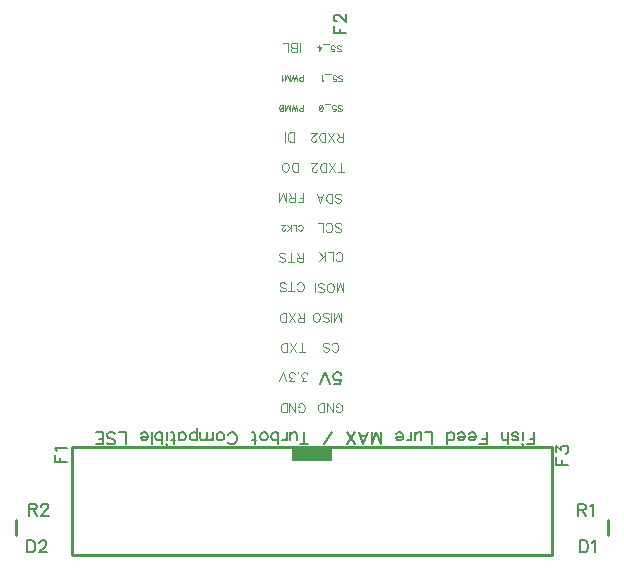
<source format=gbr>
G04 DipTrace 3.0.0.0*
G04 TopSilk.gbr*
%MOIN*%
G04 #@! TF.FileFunction,Legend,Top*
G04 #@! TF.Part,Single*
%ADD10C,0.01*%
%ADD42C,0.006176*%
%ADD43C,0.004632*%
%ADD44C,0.003088*%
%FSLAX26Y26*%
G04*
G70*
G90*
G75*
G01*
G04 TopSilk*
%LPD*%
X2403142Y519259D2*
D10*
Y468117D1*
X431504D2*
Y519259D1*
G36*
X1483586Y715213D2*
X1351616D1*
Y756270D1*
X1483586D1*
Y715213D1*
G37*
X2218229Y402087D2*
D10*
X616654D1*
Y760355D1*
X2218229D1*
Y402087D1*
X2309884Y450593D2*
D42*
Y410401D1*
X2323282D1*
X2329030Y412347D1*
X2332877Y416149D1*
X2334778Y419996D1*
X2336679Y425700D1*
Y435295D1*
X2334778Y441043D1*
X2332877Y444845D1*
X2329030Y448692D1*
X2323282Y450593D1*
X2309884D1*
X2349030Y442900D2*
X2352877Y444845D1*
X2358625Y450549D1*
Y410401D1*
X467421Y450593D2*
Y410401D1*
X480818D1*
X486566Y412347D1*
X490413Y416149D1*
X492314Y419996D1*
X494216Y425700D1*
Y435295D1*
X492314Y441043D1*
X490413Y444845D1*
X486566Y448692D1*
X480818Y450593D1*
X467421D1*
X508512Y440999D2*
Y442900D1*
X510414Y446747D1*
X512315Y448648D1*
X516162Y450549D1*
X523811D1*
X527614Y448648D1*
X529515Y446747D1*
X531460Y442900D1*
Y439097D1*
X529515Y435251D1*
X525712Y429547D1*
X506567Y410401D1*
X533362D1*
X2303714Y552721D2*
X2320914D1*
X2326662Y554666D1*
X2328607Y556568D1*
X2330508Y560370D1*
Y564217D1*
X2328607Y568020D1*
X2326662Y569965D1*
X2320914Y571866D1*
X2303714D1*
Y531674D1*
X2317111Y552721D2*
X2330508Y531674D1*
X2342860Y564173D2*
X2346707Y566118D1*
X2352455Y571822D1*
Y531674D1*
X473460Y553771D2*
X490660D1*
X496408Y555716D1*
X498354Y557618D1*
X500255Y561420D1*
Y565267D1*
X498354Y569069D1*
X496408Y571015D1*
X490660Y572916D1*
X473460D1*
Y532724D1*
X486858Y553771D2*
X500255Y532724D1*
X514552Y563321D2*
Y565223D1*
X516453Y569069D1*
X518354Y570971D1*
X522201Y572872D1*
X529850D1*
X533653Y570971D1*
X535554Y569069D1*
X537500Y565223D1*
Y561420D1*
X535554Y557573D1*
X531752Y551870D1*
X512606Y532724D1*
X539401D1*
X558712Y735857D2*
Y710964D1*
X598904D1*
X577857D2*
Y726262D1*
X566405Y748208D2*
X564460Y752055D1*
X558756Y757803D1*
X598904D1*
X1489945Y2165840D2*
Y2140946D1*
X1530137D1*
X1509090D2*
X1509091Y2156245D1*
X1499540Y2180137D2*
X1497639D1*
X1493792Y2182038D1*
X1491891Y2183939D1*
X1489989Y2187786D1*
Y2195435D1*
X1491891Y2199238D1*
X1493792Y2201139D1*
X1497639Y2203085D1*
X1501441D1*
X1505288Y2201139D1*
X1510992Y2197337D1*
X1530137Y2178191D1*
Y2204986D1*
X2230923Y727257D2*
Y702364D1*
X2271115D1*
X2250068D2*
Y717662D1*
X2230967Y743455D2*
Y764458D1*
X2246266Y753006D1*
Y758754D1*
X2248167Y762556D1*
X2250068Y764458D1*
X2255817Y766403D1*
X2259619D1*
X2265367Y764458D1*
X2269214Y760655D1*
X2271115Y754907D1*
Y749159D1*
X2269214Y743455D1*
X2267268Y741554D1*
X2263466Y739609D1*
X2133436Y770235D2*
X2158330D1*
Y810427D1*
Y789381D2*
X2143031D1*
X2121085Y770235D2*
X2119184Y772136D1*
X2117238Y770235D1*
X2119184Y768290D1*
X2121085Y770235D1*
X2119184Y783633D2*
Y810427D1*
X2083840Y789381D2*
X2085741Y785534D1*
X2091489Y783633D1*
X2097237D1*
X2102985Y785534D1*
X2104887Y789381D1*
X2102985Y793183D1*
X2099139Y795129D1*
X2089588Y797030D1*
X2085741Y798931D1*
X2083840Y802778D1*
Y804679D1*
X2085741Y808482D1*
X2091489Y810427D1*
X2097237D1*
X2102985Y808482D1*
X2104887Y804679D1*
X2071489Y770235D2*
Y810427D1*
Y791282D2*
X2065741Y785534D1*
X2061894Y783633D1*
X2056146D1*
X2052343Y785534D1*
X2050442Y791282D1*
Y810427D1*
X1974316Y770235D2*
X1999210D1*
Y810427D1*
Y789381D2*
X1983911D1*
X1961965Y795129D2*
X1939017D1*
Y791282D1*
X1940918Y787435D1*
X1942820Y785534D1*
X1946666Y783633D1*
X1952415D1*
X1956217Y785534D1*
X1960064Y789381D1*
X1961965Y795129D1*
Y798931D1*
X1960064Y804679D1*
X1956217Y808482D1*
X1952415Y810427D1*
X1946666D1*
X1942820Y808482D1*
X1939017Y804679D1*
X1926666Y795129D2*
X1903718D1*
Y791282D1*
X1905619Y787435D1*
X1907520Y785534D1*
X1911367Y783633D1*
X1917115D1*
X1920918Y785534D1*
X1924765Y789381D1*
X1926666Y795129D1*
Y798931D1*
X1924765Y804679D1*
X1920918Y808482D1*
X1917115Y810427D1*
X1911367D1*
X1907520Y808482D1*
X1903718Y804679D1*
X1868419Y770235D2*
Y810427D1*
Y789381D2*
X1872221Y785534D1*
X1876068Y783632D1*
X1881816D1*
X1885618Y785534D1*
X1889465Y789381D1*
X1891366Y795129D1*
Y798931D1*
X1889465Y804679D1*
X1885618Y808482D1*
X1881816Y810427D1*
X1876068D1*
X1872221Y808482D1*
X1868419Y804679D1*
X1817186Y770235D2*
Y810427D1*
X1794238D1*
X1781887Y783632D2*
Y802778D1*
X1779986Y808482D1*
X1776139Y810427D1*
X1770391D1*
X1766588Y808482D1*
X1760840Y802778D1*
Y783632D2*
Y810427D1*
X1748489Y783632D2*
Y810427D1*
Y795129D2*
X1746544Y789381D1*
X1742741Y785534D1*
X1738894Y783632D1*
X1733146D1*
X1720795Y795129D2*
X1697847D1*
Y791282D1*
X1699748Y787435D1*
X1701649Y785534D1*
X1705496Y783632D1*
X1711244D1*
X1715047Y785534D1*
X1718894Y789381D1*
X1720795Y795129D1*
Y798931D1*
X1718894Y804679D1*
X1715047Y808482D1*
X1711244Y810427D1*
X1705496D1*
X1701649Y808482D1*
X1697847Y804679D1*
X1616018Y810427D2*
Y770235D1*
X1631316Y810427D1*
X1646615Y770235D1*
Y810427D1*
X1573025D2*
X1588368Y770235D1*
X1603666Y810427D1*
X1597918Y797030D2*
X1578773D1*
X1560673Y770235D2*
X1533879Y810427D1*
Y770235D2*
X1560673Y810427D1*
X1482646D2*
X1455852Y770279D1*
X1391222Y770235D2*
Y810427D1*
X1404620Y770235D2*
X1377825D1*
X1365474Y783632D2*
Y802778D1*
X1363572Y808482D1*
X1359726Y810427D1*
X1353978D1*
X1350175Y808482D1*
X1344427Y802778D1*
Y783632D2*
Y810427D1*
X1332076Y783632D2*
Y810427D1*
Y795129D2*
X1330130Y789381D1*
X1326328Y785534D1*
X1322481Y783632D1*
X1316733D1*
X1304381Y770235D2*
Y810427D1*
Y789381D2*
X1300535Y785534D1*
X1296732Y783632D1*
X1290984D1*
X1287181Y785534D1*
X1283335Y789381D1*
X1281433Y795129D1*
Y798931D1*
X1283335Y804679D1*
X1287181Y808482D1*
X1290984Y810427D1*
X1296732D1*
X1300535Y808482D1*
X1304381Y804679D1*
X1259531Y783632D2*
X1263334Y785534D1*
X1267181Y789381D1*
X1269082Y795129D1*
Y798931D1*
X1267181Y804679D1*
X1263334Y808482D1*
X1259531Y810427D1*
X1253783D1*
X1249937Y808482D1*
X1246134Y804679D1*
X1244189Y798931D1*
Y795129D1*
X1246134Y789381D1*
X1249937Y785534D1*
X1253783Y783632D1*
X1259531D1*
X1226089Y770235D2*
Y802778D1*
X1224188Y808482D1*
X1220341Y810427D1*
X1216539D1*
X1231837Y783632D2*
X1218440D1*
X1136610Y779786D2*
X1138512Y775983D1*
X1142359Y772136D1*
X1146161Y770235D1*
X1153810D1*
X1157657Y772136D1*
X1161460Y775983D1*
X1163405Y779786D1*
X1165306Y785534D1*
Y795129D1*
X1163405Y800832D1*
X1161460Y804679D1*
X1157657Y808482D1*
X1153810Y810427D1*
X1146161D1*
X1142359Y808482D1*
X1138512Y804679D1*
X1136610Y800832D1*
X1114709Y783632D2*
X1118511Y785534D1*
X1122358Y789381D1*
X1124259Y795129D1*
Y798931D1*
X1122358Y804679D1*
X1118511Y808482D1*
X1114709Y810427D1*
X1108960D1*
X1105114Y808482D1*
X1101311Y804679D1*
X1099366Y798931D1*
Y795129D1*
X1101311Y789381D1*
X1105114Y785534D1*
X1108960Y783632D1*
X1114709D1*
X1087014D2*
Y810427D1*
Y791282D2*
X1081266Y785534D1*
X1077420Y783632D1*
X1071716D1*
X1067869Y785534D1*
X1065968Y791282D1*
Y810427D1*
Y791282D2*
X1060220Y785534D1*
X1056373Y783632D1*
X1050669D1*
X1046822Y785534D1*
X1044877Y791282D1*
Y810427D1*
X1032525Y783632D2*
Y823824D1*
Y789381D2*
X1028679Y785578D1*
X1024876Y783632D1*
X1019128D1*
X1015281Y785578D1*
X1011479Y789381D1*
X1009533Y795129D1*
Y798975D1*
X1011479Y804679D1*
X1015281Y808526D1*
X1019128Y810427D1*
X1024876D1*
X1028679Y808526D1*
X1032525Y804679D1*
X974234Y783632D2*
Y810427D1*
Y789381D2*
X978037Y785534D1*
X981883Y783632D1*
X987587D1*
X991434Y785534D1*
X995236Y789381D1*
X997182Y795129D1*
Y798931D1*
X995236Y804679D1*
X991434Y808482D1*
X987587Y810427D1*
X981883D1*
X978037Y808482D1*
X974234Y804679D1*
X956135Y770235D2*
Y802778D1*
X954233Y808482D1*
X950387Y810427D1*
X946584D1*
X961883Y783632D2*
X948485D1*
X934233Y770235D2*
X932331Y772136D1*
X930386Y770235D1*
X932331Y768290D1*
X934233Y770235D1*
X932331Y783632D2*
Y810427D1*
X918034Y770235D2*
Y810427D1*
Y789381D2*
X914188Y785534D1*
X910385Y783632D1*
X904637D1*
X900835Y785534D1*
X896988Y789381D1*
X895087Y795129D1*
Y798931D1*
X896988Y804679D1*
X900835Y808482D1*
X904637Y810427D1*
X910385D1*
X914188Y808482D1*
X918034Y804679D1*
X882735Y770235D2*
Y810427D1*
X870384Y795129D2*
X847436D1*
Y791282D1*
X849337Y787435D1*
X851238Y785534D1*
X855085Y783632D1*
X860833D1*
X864636Y785534D1*
X868482Y789381D1*
X870384Y795129D1*
Y798931D1*
X868482Y804679D1*
X864636Y808482D1*
X860833Y810427D1*
X855085D1*
X851238Y808482D1*
X847436Y804679D1*
X796204Y770235D2*
Y810427D1*
X773256D1*
X734110Y775983D2*
X737912Y772136D1*
X743660Y770235D1*
X751310D1*
X757058Y772136D1*
X760904Y775983D1*
Y779786D1*
X758959Y783632D1*
X757058Y785534D1*
X753255Y787435D1*
X741759Y791282D1*
X737912Y793183D1*
X736011Y795129D1*
X734110Y798931D1*
Y804679D1*
X737912Y808482D1*
X743660Y810427D1*
X751310D1*
X757058Y808482D1*
X760904Y804679D1*
X696909Y770235D2*
X721758D1*
Y810427D1*
X696909D1*
X721758Y789381D2*
X706460D1*
X1483102Y1086486D2*
D43*
X1484528Y1083634D1*
X1487413Y1080749D1*
X1490265Y1079323D1*
X1496002D1*
X1498887Y1080749D1*
X1501739Y1083634D1*
X1503198Y1086486D1*
X1504624Y1090797D1*
Y1097993D1*
X1503198Y1102271D1*
X1501739Y1105156D1*
X1498887Y1108008D1*
X1496002Y1109467D1*
X1490265D1*
X1487413Y1108008D1*
X1484528Y1105156D1*
X1483102Y1102271D1*
X1453743Y1083634D2*
X1456595Y1080749D1*
X1460906Y1079323D1*
X1466643D1*
X1470954Y1080749D1*
X1473839Y1083634D1*
Y1086486D1*
X1472380Y1089371D1*
X1470954Y1090797D1*
X1468102Y1092223D1*
X1459480Y1095108D1*
X1456595Y1096534D1*
X1455169Y1097993D1*
X1453743Y1100845D1*
Y1105156D1*
X1456595Y1108008D1*
X1460906Y1109467D1*
X1466643D1*
X1470954Y1108008D1*
X1473839Y1105156D1*
X1491119Y1208932D2*
Y1178788D1*
X1502593Y1208932D1*
X1514067Y1178788D1*
Y1208932D1*
X1481856Y1178788D2*
Y1208932D1*
X1452496Y1183099D2*
X1455348Y1180214D1*
X1459659Y1178788D1*
X1465396D1*
X1469707Y1180214D1*
X1472592Y1183099D1*
Y1185951D1*
X1471133Y1188836D1*
X1469707Y1190262D1*
X1466855Y1191688D1*
X1458233Y1194573D1*
X1455348Y1195999D1*
X1453922Y1197458D1*
X1452496Y1200310D1*
Y1204621D1*
X1455348Y1207473D1*
X1459659Y1208932D1*
X1465396D1*
X1469707Y1207473D1*
X1472592Y1204621D1*
X1434611Y1178788D2*
X1437496Y1180214D1*
X1440348Y1183099D1*
X1441807Y1185951D1*
X1443233Y1190262D1*
Y1197458D1*
X1441807Y1201736D1*
X1440348Y1204621D1*
X1437496Y1207473D1*
X1434611Y1208932D1*
X1428874D1*
X1426022Y1207473D1*
X1423137Y1204621D1*
X1421711Y1201736D1*
X1420285Y1197458D1*
Y1190262D1*
X1421711Y1185951D1*
X1423137Y1183099D1*
X1426022Y1180214D1*
X1428874Y1178788D1*
X1434611D1*
X1498947Y1308146D2*
Y1278002D1*
X1510421Y1308146D1*
X1521895Y1278002D1*
Y1308146D1*
X1481061Y1278002D2*
X1483946Y1279428D1*
X1486798Y1282313D1*
X1488257Y1285165D1*
X1489683Y1289476D1*
Y1296672D1*
X1488257Y1300950D1*
X1486798Y1303835D1*
X1483946Y1306687D1*
X1481061Y1308146D1*
X1475324D1*
X1472472Y1306687D1*
X1469587Y1303835D1*
X1468161Y1300950D1*
X1466735Y1296672D1*
Y1289476D1*
X1468161Y1285165D1*
X1469587Y1282313D1*
X1472472Y1279428D1*
X1475324Y1278002D1*
X1481061D1*
X1437376Y1282313D2*
X1440228Y1279428D1*
X1444539Y1278002D1*
X1450276D1*
X1454587Y1279428D1*
X1457472Y1282313D1*
Y1285165D1*
X1456013Y1288050D1*
X1454587Y1289476D1*
X1451735Y1290902D1*
X1443113Y1293787D1*
X1440228Y1295213D1*
X1438802Y1296672D1*
X1437376Y1299524D1*
Y1303835D1*
X1440228Y1306687D1*
X1444539Y1308146D1*
X1450276D1*
X1454587Y1306687D1*
X1457472Y1303835D1*
X1428112Y1278002D2*
Y1308146D1*
X1496998Y1388030D2*
X1498424Y1385178D1*
X1501309Y1382293D1*
X1504161Y1380867D1*
X1509898D1*
X1512783Y1382293D1*
X1515635Y1385178D1*
X1517094Y1388029D1*
X1518520Y1392340D1*
Y1399537D1*
X1517094Y1403814D1*
X1515635Y1406700D1*
X1512783Y1409551D1*
X1509898Y1411011D1*
X1504161D1*
X1501309Y1409551D1*
X1498424Y1406700D1*
X1496998Y1403815D1*
X1487734Y1380867D2*
Y1411011D1*
X1470523D1*
X1461260Y1380867D2*
Y1411011D1*
X1441164Y1380867D2*
X1461260Y1400963D1*
X1454097Y1393766D2*
X1441164Y1411011D1*
X1493864Y1482628D2*
X1496716Y1479743D1*
X1501027Y1478317D1*
X1506763D1*
X1511075Y1479743D1*
X1513960Y1482628D1*
Y1485480D1*
X1512500Y1488365D1*
X1511075Y1489791D1*
X1508223Y1491217D1*
X1499601Y1494102D1*
X1496716Y1495528D1*
X1495290Y1496988D1*
X1493864Y1499839D1*
Y1504150D1*
X1496716Y1507002D1*
X1501027Y1508461D1*
X1506764D1*
X1511075Y1507002D1*
X1513960Y1504150D1*
X1463078Y1485480D2*
X1464504Y1482628D1*
X1467389Y1479743D1*
X1470241Y1478317D1*
X1475978D1*
X1478863Y1479743D1*
X1481715Y1482628D1*
X1483174Y1485480D1*
X1484600Y1489791D1*
Y1496988D1*
X1483174Y1501265D1*
X1481715Y1504150D1*
X1478863Y1507002D1*
X1475978Y1508461D1*
X1470241D1*
X1467389Y1507002D1*
X1464504Y1504150D1*
X1463078Y1501265D1*
X1453815Y1478317D2*
Y1508461D1*
X1436604D1*
X1493576Y1580457D2*
X1496428Y1577572D1*
X1500739Y1576146D1*
X1506476D1*
X1510787Y1577572D1*
X1513672Y1580457D1*
Y1583309D1*
X1512213Y1586194D1*
X1510787Y1587620D1*
X1507935Y1589046D1*
X1499313Y1591931D1*
X1496428Y1593357D1*
X1495002Y1594816D1*
X1493576Y1597668D1*
Y1601979D1*
X1496428Y1604831D1*
X1500739Y1606290D1*
X1506476D1*
X1510787Y1604831D1*
X1513672Y1601979D1*
X1484313Y1576146D2*
Y1606290D1*
X1474265D1*
X1469954Y1604831D1*
X1467069Y1601979D1*
X1465643Y1599094D1*
X1464217Y1594816D1*
Y1587620D1*
X1465643Y1583309D1*
X1467069Y1580457D1*
X1469954Y1577572D1*
X1474265Y1576146D1*
X1484313D1*
X1431972Y1606290D2*
X1443479Y1576146D1*
X1454953Y1606290D1*
X1450642Y1596242D2*
X1436283D1*
X1512673Y1677878D2*
Y1708022D1*
X1522721Y1677878D2*
X1502625D1*
X1493361D2*
X1473265Y1708022D1*
Y1677878D2*
X1493361Y1708022D1*
X1464002Y1677878D2*
Y1708022D1*
X1453954D1*
X1449643Y1706563D1*
X1446757Y1703711D1*
X1445331Y1700826D1*
X1443906Y1696548D1*
Y1689352D1*
X1445331Y1685041D1*
X1446757Y1682189D1*
X1449642Y1679304D1*
X1453954Y1677878D1*
X1464002D1*
X1433183Y1685074D2*
Y1683648D1*
X1431757Y1680763D1*
X1430331Y1679337D1*
X1427446Y1677911D1*
X1421709D1*
X1418857Y1679337D1*
X1417431Y1680763D1*
X1415972Y1683648D1*
Y1686500D1*
X1417431Y1689385D1*
X1420283Y1693663D1*
X1434642Y1708022D1*
X1414546D1*
X1520638Y1794220D2*
X1507738D1*
X1503427Y1792761D1*
X1501968Y1791335D1*
X1500542Y1788483D1*
Y1785598D1*
X1501968Y1782746D1*
X1503427Y1781287D1*
X1507738Y1779861D1*
X1520638D1*
Y1810005D1*
X1510590Y1794220D2*
X1500542Y1810005D1*
X1491278Y1779861D2*
X1471183Y1810005D1*
Y1779861D2*
X1491279Y1810005D1*
X1461919Y1779861D2*
Y1810005D1*
X1451871D1*
X1447560Y1808546D1*
X1444675Y1805694D1*
X1443249Y1802809D1*
X1441823Y1798531D1*
Y1791335D1*
X1443249Y1787024D1*
X1444675Y1784172D1*
X1447560Y1781287D1*
X1451871Y1779861D1*
X1461919D1*
X1431100Y1787057D2*
Y1785631D1*
X1429674Y1782746D1*
X1428248Y1781320D1*
X1425363Y1779894D1*
X1419626D1*
X1416774Y1781320D1*
X1415349Y1782746D1*
X1413889Y1785631D1*
Y1788483D1*
X1415349Y1791368D1*
X1418200Y1795646D1*
X1432559Y1810005D1*
X1412463D1*
X1502950Y1884223D2*
D44*
X1504851Y1882299D1*
X1507725Y1881349D1*
X1511550D1*
X1514424Y1882299D1*
X1516347Y1884223D1*
Y1886124D1*
X1515375Y1888047D1*
X1514424Y1888998D1*
X1512523Y1889949D1*
X1506775Y1891872D1*
X1504851Y1892823D1*
X1503901Y1893795D1*
X1502950Y1895697D1*
Y1898571D1*
X1504851Y1900472D1*
X1507725Y1901445D1*
X1511550D1*
X1514424Y1900472D1*
X1516347Y1898571D1*
X1485300Y1881371D2*
X1494851D1*
X1495802Y1889971D1*
X1494851Y1889020D1*
X1491977Y1888047D1*
X1489125D1*
X1486251Y1889020D1*
X1484328Y1890921D1*
X1483377Y1893795D1*
Y1895697D1*
X1484328Y1898571D1*
X1486251Y1900494D1*
X1489125Y1901445D1*
X1491977D1*
X1494851Y1900494D1*
X1495802Y1899521D1*
X1496774Y1897620D1*
X1477201Y1904761D2*
X1459029D1*
X1447105Y1881371D2*
X1449979Y1882321D1*
X1451902Y1885195D1*
X1452853Y1889971D1*
Y1892845D1*
X1451902Y1897620D1*
X1449979Y1900494D1*
X1447105Y1901445D1*
X1445204D1*
X1442330Y1900494D1*
X1440428Y1897620D1*
X1439456Y1892845D1*
Y1889971D1*
X1440428Y1885195D1*
X1442330Y1882321D1*
X1445204Y1881371D1*
X1447105D1*
X1440428Y1885195D2*
X1451902Y1897620D1*
X1505104Y1983059D2*
X1507006Y1981135D1*
X1509880Y1980185D1*
X1513704Y1980184D1*
X1516578Y1981135D1*
X1518502Y1983058D1*
Y1984960D1*
X1517529Y1986883D1*
X1516578Y1987834D1*
X1514677Y1988784D1*
X1508929Y1990708D1*
X1507006Y1991658D1*
X1506055Y1992631D1*
X1505104Y1994533D1*
Y1997407D1*
X1507006Y1999308D1*
X1509880Y2000281D1*
X1513704D1*
X1516578Y1999308D1*
X1518502Y1997406D1*
X1487455Y1980207D2*
X1497005D1*
X1497956Y1988807D1*
X1497005Y1987856D1*
X1494131Y1986883D1*
X1491279D1*
X1488405Y1987856D1*
X1486482Y1989757D1*
X1485531Y1992631D1*
Y1994532D1*
X1486482Y1997407D1*
X1488405Y1999330D1*
X1491279Y2000281D1*
X1494131D1*
X1497005Y1999330D1*
X1497956Y1998357D1*
X1498929Y1996456D1*
X1479356Y2003597D2*
X1461183D1*
X1455007Y1984031D2*
X1453084Y1983059D1*
X1450210Y1980207D1*
Y2000280D1*
X1498605Y2083153D2*
X1500507Y2081230D1*
X1503381Y2080279D1*
X1507205D1*
X1510079Y2081230D1*
X1512003Y2083153D1*
Y2085055D1*
X1511030Y2086978D1*
X1510079Y2087929D1*
X1508178Y2088879D1*
X1502430Y2090803D1*
X1500507Y2091753D1*
X1499556Y2092726D1*
X1498605Y2094627D1*
Y2097501D1*
X1500507Y2099403D1*
X1503381Y2100375D1*
X1507205D1*
X1510079Y2099403D1*
X1512003Y2097501D1*
X1480956Y2080302D2*
X1490506D1*
X1491457Y2088901D1*
X1490506Y2087951D1*
X1487632Y2086978D1*
X1484780D1*
X1481906Y2087951D1*
X1479983Y2089852D1*
X1479032Y2092726D1*
Y2094627D1*
X1479983Y2097501D1*
X1481906Y2099425D1*
X1484781Y2100375D1*
X1487632D1*
X1490506Y2099425D1*
X1491457Y2098452D1*
X1492430Y2096551D1*
X1472857Y2103692D2*
X1454684D1*
X1438936Y2100375D2*
Y2080302D1*
X1448508Y2093677D1*
X1434160D1*
X1382479Y1078064D2*
D43*
Y1108208D1*
X1392527Y1078064D2*
X1372431D1*
X1363168D2*
X1343072Y1108208D1*
Y1078064D2*
X1363168Y1108208D1*
X1333808Y1078064D2*
Y1108208D1*
X1323760D1*
X1319449Y1106749D1*
X1316564Y1103897D1*
X1315138Y1101012D1*
X1313712Y1096734D1*
Y1089538D1*
X1315138Y1085227D1*
X1316564Y1082375D1*
X1319449Y1079490D1*
X1323760Y1078064D1*
X1333808D1*
X1389224Y1192266D2*
X1376324D1*
X1372013Y1190807D1*
X1370554Y1189381D1*
X1369128Y1186529D1*
Y1183644D1*
X1370554Y1180792D1*
X1372013Y1179333D1*
X1376324Y1177907D1*
X1389224D1*
Y1208051D1*
X1379176Y1192266D2*
X1369128Y1208051D1*
X1359864Y1177907D2*
X1339768Y1208051D1*
Y1177907D2*
X1359864Y1208051D1*
X1330505Y1177907D2*
Y1208051D1*
X1320457D1*
X1316146Y1206592D1*
X1313261Y1203740D1*
X1311835Y1200855D1*
X1310409Y1196577D1*
Y1189381D1*
X1311835Y1185070D1*
X1313261Y1182218D1*
X1316146Y1179333D1*
X1320457Y1177907D1*
X1330505D1*
X1367379Y1287683D2*
X1368805Y1284831D1*
X1371690Y1281946D1*
X1374542Y1280520D1*
X1380279D1*
X1383164Y1281946D1*
X1386016Y1284831D1*
X1387475Y1287683D1*
X1388901Y1291994D1*
Y1299190D1*
X1387475Y1303468D1*
X1386016Y1306353D1*
X1383164Y1309205D1*
X1380279Y1310664D1*
X1374542D1*
X1371690Y1309205D1*
X1368805Y1306353D1*
X1367379Y1303468D1*
X1348067Y1280520D2*
Y1310664D1*
X1358115Y1280520D2*
X1338019D1*
X1308660Y1284831D2*
X1311512Y1281946D1*
X1315823Y1280520D1*
X1321560D1*
X1325871Y1281946D1*
X1328756Y1284831D1*
Y1287683D1*
X1327297Y1290568D1*
X1325871Y1291994D1*
X1323019Y1293420D1*
X1314397Y1296305D1*
X1311512Y1297731D1*
X1310086Y1299190D1*
X1308660Y1302042D1*
Y1306353D1*
X1311512Y1309205D1*
X1315823Y1310664D1*
X1321560D1*
X1325871Y1309205D1*
X1328756Y1306353D1*
X1386028Y1393337D2*
X1373128D1*
X1368817Y1391878D1*
X1367358Y1390452D1*
X1365932Y1387600D1*
Y1384715D1*
X1367358Y1381863D1*
X1368817Y1380404D1*
X1373128Y1378978D1*
X1386028D1*
Y1409122D1*
X1375980Y1393337D2*
X1365932Y1409122D1*
X1346621Y1378978D2*
Y1409122D1*
X1356669Y1378978D2*
X1336573D1*
X1307213Y1383289D2*
X1310065Y1380404D1*
X1314376Y1378978D1*
X1320113D1*
X1324424Y1380404D1*
X1327309Y1383289D1*
Y1386141D1*
X1325850Y1389026D1*
X1324424Y1390452D1*
X1321572Y1391878D1*
X1312950Y1394763D1*
X1310065Y1396189D1*
X1308639Y1397648D1*
X1307213Y1400500D1*
Y1404811D1*
X1310065Y1407663D1*
X1314376Y1409122D1*
X1320113D1*
X1324424Y1407663D1*
X1327309Y1404811D1*
X1371375Y1487507D2*
D44*
X1372326Y1485606D1*
X1374249Y1483682D1*
X1376150Y1482732D1*
X1379975D1*
X1381898Y1483682D1*
X1383800Y1485606D1*
X1384772Y1487507D1*
X1385723Y1490381D1*
Y1495178D1*
X1384772Y1498030D1*
X1383800Y1499954D1*
X1381898Y1501855D1*
X1379975Y1502828D1*
X1376150D1*
X1374249Y1501855D1*
X1372326Y1499954D1*
X1371375Y1498030D1*
X1365199Y1482732D2*
Y1502828D1*
X1353726D1*
X1347550Y1482732D2*
Y1502828D1*
X1334152Y1482732D2*
X1347550Y1496129D1*
X1342775Y1491332D2*
X1334153Y1502828D1*
X1327004Y1487529D2*
Y1486579D1*
X1326053Y1484655D1*
X1325103Y1483705D1*
X1323179Y1482754D1*
X1319355D1*
X1317453Y1483705D1*
X1316503Y1484655D1*
X1315530Y1486579D1*
Y1488480D1*
X1316503Y1490403D1*
X1318404Y1493255D1*
X1327977Y1502828D1*
X1314579D1*
X1369261Y1578035D2*
D43*
X1387931D1*
Y1608179D1*
Y1592394D2*
X1376457D1*
X1359998D2*
X1347098D1*
X1342787Y1590935D1*
X1341328Y1589509D1*
X1339902Y1586657D1*
Y1583772D1*
X1341328Y1580920D1*
X1342787Y1579461D1*
X1347098Y1578035D1*
X1359998D1*
Y1608179D1*
X1349950Y1592394D2*
X1339902Y1608179D1*
X1307690D2*
Y1578035D1*
X1319164Y1608179D1*
X1330638Y1578035D1*
Y1608179D1*
X1369224Y1679640D2*
Y1709784D1*
X1359177D1*
X1354866Y1708325D1*
X1351980Y1705473D1*
X1350554Y1702588D1*
X1349129Y1698310D1*
X1349128Y1691114D1*
X1350554Y1686803D1*
X1351980Y1683951D1*
X1354865Y1681066D1*
X1359176Y1679640D1*
X1369224D1*
X1331243D2*
X1334128Y1681066D1*
X1336980Y1683951D1*
X1338439Y1686803D1*
X1339865Y1691114D1*
Y1698310D1*
X1338439Y1702588D1*
X1336980Y1705473D1*
X1334128Y1708325D1*
X1331243Y1709784D1*
X1325506D1*
X1322654Y1708325D1*
X1319769Y1705473D1*
X1318343Y1702588D1*
X1316917Y1698310D1*
Y1691114D1*
X1318343Y1686803D1*
X1319769Y1683951D1*
X1322654Y1681066D1*
X1325506Y1679640D1*
X1331243D1*
X1355616Y1779987D2*
Y1810131D1*
X1345568D1*
X1341257Y1808672D1*
X1338372Y1805820D1*
X1336946Y1802935D1*
X1335520Y1798657D1*
Y1791461D1*
X1336946Y1787150D1*
X1338372Y1784298D1*
X1341257Y1781413D1*
X1345568Y1779987D1*
X1355616D1*
X1326257D2*
Y1810131D1*
X1387052Y1993478D2*
D44*
X1378430D1*
X1375578Y1992527D1*
X1374605Y1991554D1*
X1373654Y1989653D1*
Y1986779D1*
X1374605Y1984878D1*
X1375578Y1983905D1*
X1378430Y1982954D1*
X1387052D1*
Y2003050D1*
X1367479Y1982954D2*
X1362681Y2003050D1*
X1357906Y1982954D1*
X1353131Y2003050D1*
X1348333Y1982954D1*
X1326859Y2003050D2*
Y1982954D1*
X1334508Y2003050D1*
X1342158Y1982954D1*
Y2003050D1*
X1320683Y1986801D2*
X1318760Y1985828D1*
X1315886Y1982977D1*
Y2003050D1*
X1387877Y1892879D2*
X1379255D1*
X1376403Y1891929D1*
X1375431Y1890956D1*
X1374480Y1889055D1*
Y1886181D1*
X1375431Y1884279D1*
X1376403Y1883307D1*
X1379255Y1882356D1*
X1387877D1*
Y1902452D1*
X1368304Y1882356D2*
X1363507Y1902452D1*
X1358732Y1882356D1*
X1353956Y1902452D1*
X1349159Y1882356D1*
X1327685Y1902452D2*
Y1882356D1*
X1335334Y1902452D1*
X1342983Y1882356D1*
Y1902452D1*
X1315761Y1882378D2*
X1318635Y1883329D1*
X1320558Y1886203D1*
X1321509Y1890978D1*
Y1893852D1*
X1320558Y1898627D1*
X1318635Y1901501D1*
X1315761Y1902452D1*
X1313860D1*
X1310986Y1901501D1*
X1309084Y1898627D1*
X1308112Y1893852D1*
Y1890978D1*
X1309084Y1886203D1*
X1310986Y1883329D1*
X1313860Y1882378D1*
X1315761D1*
X1309084Y1886203D2*
X1320558Y1898627D1*
X1375436Y2078257D2*
D43*
Y2108401D1*
X1366173Y2078257D2*
Y2108401D1*
X1353240D1*
X1348929Y2106942D1*
X1347503Y2105516D1*
X1346077Y2102664D1*
Y2098353D1*
X1347503Y2095468D1*
X1348929Y2094042D1*
X1353240Y2092616D1*
X1348929Y2091157D1*
X1347503Y2089731D1*
X1346077Y2086879D1*
Y2083994D1*
X1347503Y2081142D1*
X1348929Y2079683D1*
X1353240Y2078257D1*
X1366173D1*
Y2092616D2*
X1353240D1*
X1336813Y2078257D2*
Y2108401D1*
X1319602D1*
X1495310Y884659D2*
X1496736Y881807D1*
X1499621Y878922D1*
X1502473Y877496D1*
X1508210D1*
X1511095Y878922D1*
X1513947Y881807D1*
X1515406Y884659D1*
X1516832Y888970D1*
Y896166D1*
X1515406Y900444D1*
X1513947Y903329D1*
X1511095Y906181D1*
X1508210Y907640D1*
X1502473D1*
X1499621Y906181D1*
X1496736Y903329D1*
X1495310Y900444D1*
Y896166D1*
X1502473D1*
X1465951Y877496D2*
Y907640D1*
X1486047Y877496D1*
Y907640D1*
X1456687Y877496D2*
Y907640D1*
X1446639D1*
X1442328Y906181D1*
X1439443Y903329D1*
X1438017Y900444D1*
X1436591Y896166D1*
Y888970D1*
X1438017Y884659D1*
X1439443Y881807D1*
X1442328Y878922D1*
X1446639Y877496D1*
X1456687D1*
X1370897Y884156D2*
X1372323Y881304D1*
X1375209Y878419D1*
X1378060Y876993D1*
X1383797D1*
X1386682Y878419D1*
X1389534Y881304D1*
X1390993Y884156D1*
X1392419Y888467D1*
Y895663D1*
X1390993Y899941D1*
X1389534Y902826D1*
X1386682Y905678D1*
X1383797Y907137D1*
X1378060D1*
X1375209Y905678D1*
X1372323Y902826D1*
X1370898Y899941D1*
Y895663D1*
X1378060D1*
X1341538Y876993D2*
Y907137D1*
X1361634Y876993D1*
Y907137D1*
X1332274Y876993D2*
Y907137D1*
X1322226D1*
X1317915Y905678D1*
X1315030Y902826D1*
X1313604Y899941D1*
X1312178Y895663D1*
Y888467D1*
X1313604Y884156D1*
X1315030Y881304D1*
X1317915Y878419D1*
X1322226Y876993D1*
X1332274D1*
X1491568Y970703D2*
D42*
X1510669D1*
X1512571Y987903D1*
X1510669Y986001D1*
X1504921Y984056D1*
X1499218D1*
X1493470Y986002D1*
X1489623Y989804D1*
X1487722Y995552D1*
Y999355D1*
X1489623Y1005103D1*
X1493470Y1008949D1*
X1499218Y1010851D1*
X1504921D1*
X1510669Y1008949D1*
X1512571Y1007004D1*
X1514516Y1003201D1*
X1475370Y970659D2*
X1460072Y1010851D1*
X1444773Y970659D1*
X1398367Y980898D2*
D43*
X1382615D1*
X1391204Y992372D1*
X1386893D1*
X1384041Y993798D1*
X1382615Y995224D1*
X1381156Y999535D1*
Y1002387D1*
X1382615Y1006698D1*
X1385467Y1009583D1*
X1389778Y1011009D1*
X1394089D1*
X1398367Y1009583D1*
X1399793Y1008124D1*
X1401252Y1005272D1*
X1370467Y1008124D2*
X1371893Y1009583D1*
X1370467Y1011009D1*
X1369008Y1009583D1*
X1370467Y1008124D1*
X1356859Y980898D2*
X1341107D1*
X1349696Y992372D1*
X1345385D1*
X1342533Y993798D1*
X1341107Y995224D1*
X1339648Y999535D1*
Y1002387D1*
X1341107Y1006698D1*
X1343959Y1009583D1*
X1348270Y1011009D1*
X1352581D1*
X1356859Y1009583D1*
X1358285Y1008124D1*
X1359744Y1005272D1*
X1330385Y980865D2*
X1318911Y1011009D1*
X1307437Y980865D1*
M02*

</source>
